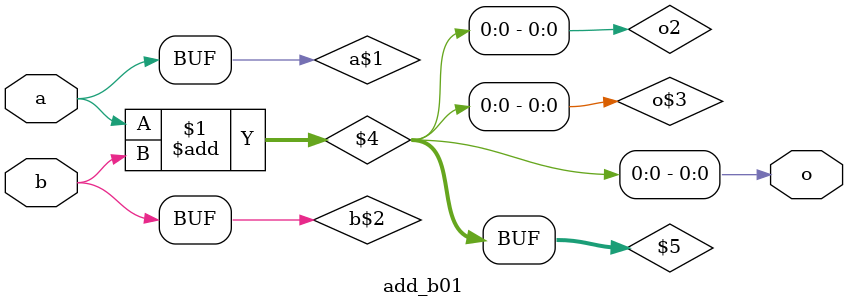
<source format=v>

/* --------------------------------------------------------------------------- */
/* Generated by Yosys 0.23 (git sha1 7ce5011c24b) */

(* \amaranth.hierarchy  = "add_b01" *)
(* top =  1  *)
(* generator = "Amaranth" *)
module add_b01(b, o, a);
  (* src = "adder.py:167" *)
  wire [1:0] \$4 ;
  (* src = "adder.py:167" *)
  wire [1:0] \$5 ;
  (* src = "adder.py:142" *)
  input a;
  wire a;
  (* src = "adder.py:153" *)
  wire \a$1 ;
  (* src = "adder.py:143" *)
  input b;
  wire b;
  (* src = "adder.py:154" *)
  wire \b$2 ;
  (* src = "adder.py:144" *)
  output o;
  wire o;
  (* src = "adder.py:166" *)
  wire \o$3 ;
  (* src = "adder.py:169" *)
  wire o2;
  assign \$5  = a + (* src = "adder.py:167" *) b;
  assign \$4  = \$5 ;
  assign o = o2;
  assign o2 = \o$3 ;
  assign \o$3  = \$5 [0];
  assign \b$2  = b;
  assign \a$1  = a;
endmodule

/* --------------------------------------------------------------------------- */
/* Generated by Yosys 0.23 (git sha1 7ce5011c24b) */

(* \amaranth.hierarchy  = "add_b02" *)
(* top =  1  *)
(* generator = "Amaranth" *)
module add_b02(b, o, a);
  (* src = "adder.py:167" *)
  wire [2:0] \$4 ;
  (* src = "adder.py:167" *)
  wire [2:0] \$5 ;
  (* src = "adder.py:142" *)
  input [1:0] a;
  wire [1:0] a;
  (* src = "adder.py:153" *)
  wire [1:0] \a$1 ;
  (* src = "adder.py:143" *)
  input [1:0] b;
  wire [1:0] b;
  (* src = "adder.py:154" *)
  wire [1:0] \b$2 ;
  (* src = "adder.py:144" *)
  output [1:0] o;
  wire [1:0] o;
  (* src = "adder.py:166" *)
  wire [1:0] \o$3 ;
  (* src = "adder.py:169" *)
  wire [1:0] o2;
  assign \$5  = a + (* src = "adder.py:167" *) b;
  assign \$4  = \$5 ;
  assign o = o2;
  assign o2 = \o$3 ;
  assign \o$3  = \$5 [1:0];
  assign \b$2  = b;
  assign \a$1  = a;
endmodule

/* --------------------------------------------------------------------------- */
/* Generated by Yosys 0.23 (git sha1 7ce5011c24b) */

(* \amaranth.hierarchy  = "add_b03" *)
(* top =  1  *)
(* generator = "Amaranth" *)
module add_b03(b, o, a);
  (* src = "adder.py:167" *)
  wire [3:0] \$4 ;
  (* src = "adder.py:167" *)
  wire [3:0] \$5 ;
  (* src = "adder.py:142" *)
  input [2:0] a;
  wire [2:0] a;
  (* src = "adder.py:153" *)
  wire [2:0] \a$1 ;
  (* src = "adder.py:143" *)
  input [2:0] b;
  wire [2:0] b;
  (* src = "adder.py:154" *)
  wire [2:0] \b$2 ;
  (* src = "adder.py:144" *)
  output [2:0] o;
  wire [2:0] o;
  (* src = "adder.py:166" *)
  wire [2:0] \o$3 ;
  (* src = "adder.py:169" *)
  wire [2:0] o2;
  assign \$5  = a + (* src = "adder.py:167" *) b;
  assign \$4  = \$5 ;
  assign o = o2;
  assign o2 = \o$3 ;
  assign \o$3  = \$5 [2:0];
  assign \b$2  = b;
  assign \a$1  = a;
endmodule

/* --------------------------------------------------------------------------- */
/* Generated by Yosys 0.23 (git sha1 7ce5011c24b) */

(* \amaranth.hierarchy  = "add_b04" *)
(* top =  1  *)
(* generator = "Amaranth" *)
module add_b04(b, o, a);
  (* src = "adder.py:167" *)
  wire [4:0] \$4 ;
  (* src = "adder.py:167" *)
  wire [4:0] \$5 ;
  (* src = "adder.py:142" *)
  input [3:0] a;
  wire [3:0] a;
  (* src = "adder.py:153" *)
  wire [3:0] \a$1 ;
  (* src = "adder.py:143" *)
  input [3:0] b;
  wire [3:0] b;
  (* src = "adder.py:154" *)
  wire [3:0] \b$2 ;
  (* src = "adder.py:144" *)
  output [3:0] o;
  wire [3:0] o;
  (* src = "adder.py:166" *)
  wire [3:0] \o$3 ;
  (* src = "adder.py:169" *)
  wire [3:0] o2;
  assign \$5  = a + (* src = "adder.py:167" *) b;
  assign \$4  = \$5 ;
  assign o = o2;
  assign o2 = \o$3 ;
  assign \o$3  = \$5 [3:0];
  assign \b$2  = b;
  assign \a$1  = a;
endmodule

/* --------------------------------------------------------------------------- */
/* Generated by Yosys 0.23 (git sha1 7ce5011c24b) */

(* \amaranth.hierarchy  = "add_b05" *)
(* top =  1  *)
(* generator = "Amaranth" *)
module add_b05(b, o, a);
  (* src = "adder.py:167" *)
  wire [5:0] \$4 ;
  (* src = "adder.py:167" *)
  wire [5:0] \$5 ;
  (* src = "adder.py:142" *)
  input [4:0] a;
  wire [4:0] a;
  (* src = "adder.py:153" *)
  wire [4:0] \a$1 ;
  (* src = "adder.py:143" *)
  input [4:0] b;
  wire [4:0] b;
  (* src = "adder.py:154" *)
  wire [4:0] \b$2 ;
  (* src = "adder.py:144" *)
  output [4:0] o;
  wire [4:0] o;
  (* src = "adder.py:166" *)
  wire [4:0] \o$3 ;
  (* src = "adder.py:169" *)
  wire [4:0] o2;
  assign \$5  = a + (* src = "adder.py:167" *) b;
  assign \$4  = \$5 ;
  assign o = o2;
  assign o2 = \o$3 ;
  assign \o$3  = \$5 [4:0];
  assign \b$2  = b;
  assign \a$1  = a;
endmodule

/* --------------------------------------------------------------------------- */
/* Generated by Yosys 0.23 (git sha1 7ce5011c24b) */

(* \amaranth.hierarchy  = "add_b06" *)
(* top =  1  *)
(* generator = "Amaranth" *)
module add_b06(b, o, a);
  (* src = "adder.py:167" *)
  wire [6:0] \$4 ;
  (* src = "adder.py:167" *)
  wire [6:0] \$5 ;
  (* src = "adder.py:142" *)
  input [5:0] a;
  wire [5:0] a;
  (* src = "adder.py:153" *)
  wire [5:0] \a$1 ;
  (* src = "adder.py:143" *)
  input [5:0] b;
  wire [5:0] b;
  (* src = "adder.py:154" *)
  wire [5:0] \b$2 ;
  (* src = "adder.py:144" *)
  output [5:0] o;
  wire [5:0] o;
  (* src = "adder.py:166" *)
  wire [5:0] \o$3 ;
  (* src = "adder.py:169" *)
  wire [5:0] o2;
  assign \$5  = a + (* src = "adder.py:167" *) b;
  assign \$4  = \$5 ;
  assign o = o2;
  assign o2 = \o$3 ;
  assign \o$3  = \$5 [5:0];
  assign \b$2  = b;
  assign \a$1  = a;
endmodule

/* --------------------------------------------------------------------------- */
/* Generated by Yosys 0.23 (git sha1 7ce5011c24b) */

(* \amaranth.hierarchy  = "add_b07" *)
(* top =  1  *)
(* generator = "Amaranth" *)
module add_b07(b, o, a);
  (* src = "adder.py:167" *)
  wire [7:0] \$4 ;
  (* src = "adder.py:167" *)
  wire [7:0] \$5 ;
  (* src = "adder.py:142" *)
  input [6:0] a;
  wire [6:0] a;
  (* src = "adder.py:153" *)
  wire [6:0] \a$1 ;
  (* src = "adder.py:143" *)
  input [6:0] b;
  wire [6:0] b;
  (* src = "adder.py:154" *)
  wire [6:0] \b$2 ;
  (* src = "adder.py:144" *)
  output [6:0] o;
  wire [6:0] o;
  (* src = "adder.py:166" *)
  wire [6:0] \o$3 ;
  (* src = "adder.py:169" *)
  wire [6:0] o2;
  assign \$5  = a + (* src = "adder.py:167" *) b;
  assign \$4  = \$5 ;
  assign o = o2;
  assign o2 = \o$3 ;
  assign \o$3  = \$5 [6:0];
  assign \b$2  = b;
  assign \a$1  = a;
endmodule

/* --------------------------------------------------------------------------- */
/* Generated by Yosys 0.23 (git sha1 7ce5011c24b) */

(* \amaranth.hierarchy  = "add_b08" *)
(* top =  1  *)
(* generator = "Amaranth" *)
module add_b08(b, o, a);
  (* src = "adder.py:167" *)
  wire [8:0] \$4 ;
  (* src = "adder.py:167" *)
  wire [8:0] \$5 ;
  (* src = "adder.py:142" *)
  input [7:0] a;
  wire [7:0] a;
  (* src = "adder.py:153" *)
  wire [7:0] \a$1 ;
  (* src = "adder.py:143" *)
  input [7:0] b;
  wire [7:0] b;
  (* src = "adder.py:154" *)
  wire [7:0] \b$2 ;
  (* src = "adder.py:144" *)
  output [7:0] o;
  wire [7:0] o;
  (* src = "adder.py:166" *)
  wire [7:0] \o$3 ;
  (* src = "adder.py:169" *)
  wire [7:0] o2;
  assign \$5  = a + (* src = "adder.py:167" *) b;
  assign \$4  = \$5 ;
  assign o = o2;
  assign o2 = \o$3 ;
  assign \o$3  = \$5 [7:0];
  assign \b$2  = b;
  assign \a$1  = a;
endmodule

/* --------------------------------------------------------------------------- */
/* Generated by Yosys 0.23 (git sha1 7ce5011c24b) */

(* \amaranth.hierarchy  = "add_b09" *)
(* top =  1  *)
(* generator = "Amaranth" *)
module add_b09(b, o, a);
  (* src = "adder.py:167" *)
  wire [9:0] \$4 ;
  (* src = "adder.py:167" *)
  wire [9:0] \$5 ;
  (* src = "adder.py:142" *)
  input [8:0] a;
  wire [8:0] a;
  (* src = "adder.py:153" *)
  wire [8:0] \a$1 ;
  (* src = "adder.py:143" *)
  input [8:0] b;
  wire [8:0] b;
  (* src = "adder.py:154" *)
  wire [8:0] \b$2 ;
  (* src = "adder.py:144" *)
  output [8:0] o;
  wire [8:0] o;
  (* src = "adder.py:166" *)
  wire [8:0] \o$3 ;
  (* src = "adder.py:169" *)
  wire [8:0] o2;
  assign \$5  = a + (* src = "adder.py:167" *) b;
  assign \$4  = \$5 ;
  assign o = o2;
  assign o2 = \o$3 ;
  assign \o$3  = \$5 [8:0];
  assign \b$2  = b;
  assign \a$1  = a;
endmodule

/* --------------------------------------------------------------------------- */
/* Generated by Yosys 0.23 (git sha1 7ce5011c24b) */

(* \amaranth.hierarchy  = "add_b10" *)
(* top =  1  *)
(* generator = "Amaranth" *)
module add_b10(b, o, a);
  (* src = "adder.py:167" *)
  wire [10:0] \$4 ;
  (* src = "adder.py:167" *)
  wire [10:0] \$5 ;
  (* src = "adder.py:142" *)
  input [9:0] a;
  wire [9:0] a;
  (* src = "adder.py:153" *)
  wire [9:0] \a$1 ;
  (* src = "adder.py:143" *)
  input [9:0] b;
  wire [9:0] b;
  (* src = "adder.py:154" *)
  wire [9:0] \b$2 ;
  (* src = "adder.py:144" *)
  output [9:0] o;
  wire [9:0] o;
  (* src = "adder.py:166" *)
  wire [9:0] \o$3 ;
  (* src = "adder.py:169" *)
  wire [9:0] o2;
  assign \$5  = a + (* src = "adder.py:167" *) b;
  assign \$4  = \$5 ;
  assign o = o2;
  assign o2 = \o$3 ;
  assign \o$3  = \$5 [9:0];
  assign \b$2  = b;
  assign \a$1  = a;
endmodule

/* --------------------------------------------------------------------------- */
/* Generated by Yosys 0.23 (git sha1 7ce5011c24b) */

(* \amaranth.hierarchy  = "add_b11" *)
(* top =  1  *)
(* generator = "Amaranth" *)
module add_b11(b, o, a);
  (* src = "adder.py:167" *)
  wire [11:0] \$4 ;
  (* src = "adder.py:167" *)
  wire [11:0] \$5 ;
  (* src = "adder.py:142" *)
  input [10:0] a;
  wire [10:0] a;
  (* src = "adder.py:153" *)
  wire [10:0] \a$1 ;
  (* src = "adder.py:143" *)
  input [10:0] b;
  wire [10:0] b;
  (* src = "adder.py:154" *)
  wire [10:0] \b$2 ;
  (* src = "adder.py:144" *)
  output [10:0] o;
  wire [10:0] o;
  (* src = "adder.py:166" *)
  wire [10:0] \o$3 ;
  (* src = "adder.py:169" *)
  wire [10:0] o2;
  assign \$5  = a + (* src = "adder.py:167" *) b;
  assign \$4  = \$5 ;
  assign o = o2;
  assign o2 = \o$3 ;
  assign \o$3  = \$5 [10:0];
  assign \b$2  = b;
  assign \a$1  = a;
endmodule

/* --------------------------------------------------------------------------- */
/* Generated by Yosys 0.23 (git sha1 7ce5011c24b) */

(* \amaranth.hierarchy  = "add_b12" *)
(* top =  1  *)
(* generator = "Amaranth" *)
module add_b12(b, o, a);
  (* src = "adder.py:167" *)
  wire [12:0] \$4 ;
  (* src = "adder.py:167" *)
  wire [12:0] \$5 ;
  (* src = "adder.py:142" *)
  input [11:0] a;
  wire [11:0] a;
  (* src = "adder.py:153" *)
  wire [11:0] \a$1 ;
  (* src = "adder.py:143" *)
  input [11:0] b;
  wire [11:0] b;
  (* src = "adder.py:154" *)
  wire [11:0] \b$2 ;
  (* src = "adder.py:144" *)
  output [11:0] o;
  wire [11:0] o;
  (* src = "adder.py:166" *)
  wire [11:0] \o$3 ;
  (* src = "adder.py:169" *)
  wire [11:0] o2;
  assign \$5  = a + (* src = "adder.py:167" *) b;
  assign \$4  = \$5 ;
  assign o = o2;
  assign o2 = \o$3 ;
  assign \o$3  = \$5 [11:0];
  assign \b$2  = b;
  assign \a$1  = a;
endmodule

/* --------------------------------------------------------------------------- */
/* Generated by Yosys 0.23 (git sha1 7ce5011c24b) */

(* \amaranth.hierarchy  = "add_b13" *)
(* top =  1  *)
(* generator = "Amaranth" *)
module add_b13(b, o, a);
  (* src = "adder.py:167" *)
  wire [13:0] \$4 ;
  (* src = "adder.py:167" *)
  wire [13:0] \$5 ;
  (* src = "adder.py:142" *)
  input [12:0] a;
  wire [12:0] a;
  (* src = "adder.py:153" *)
  wire [12:0] \a$1 ;
  (* src = "adder.py:143" *)
  input [12:0] b;
  wire [12:0] b;
  (* src = "adder.py:154" *)
  wire [12:0] \b$2 ;
  (* src = "adder.py:144" *)
  output [12:0] o;
  wire [12:0] o;
  (* src = "adder.py:166" *)
  wire [12:0] \o$3 ;
  (* src = "adder.py:169" *)
  wire [12:0] o2;
  assign \$5  = a + (* src = "adder.py:167" *) b;
  assign \$4  = \$5 ;
  assign o = o2;
  assign o2 = \o$3 ;
  assign \o$3  = \$5 [12:0];
  assign \b$2  = b;
  assign \a$1  = a;
endmodule

/* --------------------------------------------------------------------------- */
/* Generated by Yosys 0.23 (git sha1 7ce5011c24b) */

(* \amaranth.hierarchy  = "add_b14" *)
(* top =  1  *)
(* generator = "Amaranth" *)
module add_b14(b, o, a);
  (* src = "adder.py:167" *)
  wire [14:0] \$4 ;
  (* src = "adder.py:167" *)
  wire [14:0] \$5 ;
  (* src = "adder.py:142" *)
  input [13:0] a;
  wire [13:0] a;
  (* src = "adder.py:153" *)
  wire [13:0] \a$1 ;
  (* src = "adder.py:143" *)
  input [13:0] b;
  wire [13:0] b;
  (* src = "adder.py:154" *)
  wire [13:0] \b$2 ;
  (* src = "adder.py:144" *)
  output [13:0] o;
  wire [13:0] o;
  (* src = "adder.py:166" *)
  wire [13:0] \o$3 ;
  (* src = "adder.py:169" *)
  wire [13:0] o2;
  assign \$5  = a + (* src = "adder.py:167" *) b;
  assign \$4  = \$5 ;
  assign o = o2;
  assign o2 = \o$3 ;
  assign \o$3  = \$5 [13:0];
  assign \b$2  = b;
  assign \a$1  = a;
endmodule

/* --------------------------------------------------------------------------- */
/* Generated by Yosys 0.23 (git sha1 7ce5011c24b) */

(* \amaranth.hierarchy  = "add_b15" *)
(* top =  1  *)
(* generator = "Amaranth" *)
module add_b15(b, o, a);
  (* src = "adder.py:167" *)
  wire [15:0] \$4 ;
  (* src = "adder.py:167" *)
  wire [15:0] \$5 ;
  (* src = "adder.py:142" *)
  input [14:0] a;
  wire [14:0] a;
  (* src = "adder.py:153" *)
  wire [14:0] \a$1 ;
  (* src = "adder.py:143" *)
  input [14:0] b;
  wire [14:0] b;
  (* src = "adder.py:154" *)
  wire [14:0] \b$2 ;
  (* src = "adder.py:144" *)
  output [14:0] o;
  wire [14:0] o;
  (* src = "adder.py:166" *)
  wire [14:0] \o$3 ;
  (* src = "adder.py:169" *)
  wire [14:0] o2;
  assign \$5  = a + (* src = "adder.py:167" *) b;
  assign \$4  = \$5 ;
  assign o = o2;
  assign o2 = \o$3 ;
  assign \o$3  = \$5 [14:0];
  assign \b$2  = b;
  assign \a$1  = a;
endmodule

/* --------------------------------------------------------------------------- */
/* Generated by Yosys 0.23 (git sha1 7ce5011c24b) */

(* \amaranth.hierarchy  = "add_b16" *)
(* top =  1  *)
(* generator = "Amaranth" *)
module add_b16(b, o, a);
  (* src = "adder.py:167" *)
  wire [16:0] \$4 ;
  (* src = "adder.py:167" *)
  wire [16:0] \$5 ;
  (* src = "adder.py:142" *)
  input [15:0] a;
  wire [15:0] a;
  (* src = "adder.py:153" *)
  wire [15:0] \a$1 ;
  (* src = "adder.py:143" *)
  input [15:0] b;
  wire [15:0] b;
  (* src = "adder.py:154" *)
  wire [15:0] \b$2 ;
  (* src = "adder.py:144" *)
  output [15:0] o;
  wire [15:0] o;
  (* src = "adder.py:166" *)
  wire [15:0] \o$3 ;
  (* src = "adder.py:169" *)
  wire [15:0] o2;
  assign \$5  = a + (* src = "adder.py:167" *) b;
  assign \$4  = \$5 ;
  assign o = o2;
  assign o2 = \o$3 ;
  assign \o$3  = \$5 [15:0];
  assign \b$2  = b;
  assign \a$1  = a;
endmodule

/* --------------------------------------------------------------------------- */
/* Generated by Yosys 0.23 (git sha1 7ce5011c24b) */

(* \amaranth.hierarchy  = "add_b17" *)
(* top =  1  *)
(* generator = "Amaranth" *)
module add_b17(b, o, a);
  (* src = "adder.py:167" *)
  wire [17:0] \$4 ;
  (* src = "adder.py:167" *)
  wire [17:0] \$5 ;
  (* src = "adder.py:142" *)
  input [16:0] a;
  wire [16:0] a;
  (* src = "adder.py:153" *)
  wire [16:0] \a$1 ;
  (* src = "adder.py:143" *)
  input [16:0] b;
  wire [16:0] b;
  (* src = "adder.py:154" *)
  wire [16:0] \b$2 ;
  (* src = "adder.py:144" *)
  output [16:0] o;
  wire [16:0] o;
  (* src = "adder.py:166" *)
  wire [16:0] \o$3 ;
  (* src = "adder.py:169" *)
  wire [16:0] o2;
  assign \$5  = a + (* src = "adder.py:167" *) b;
  assign \$4  = \$5 ;
  assign o = o2;
  assign o2 = \o$3 ;
  assign \o$3  = \$5 [16:0];
  assign \b$2  = b;
  assign \a$1  = a;
endmodule

/* --------------------------------------------------------------------------- */
/* Generated by Yosys 0.23 (git sha1 7ce5011c24b) */

(* \amaranth.hierarchy  = "add_b18" *)
(* top =  1  *)
(* generator = "Amaranth" *)
module add_b18(b, o, a);
  (* src = "adder.py:167" *)
  wire [18:0] \$4 ;
  (* src = "adder.py:167" *)
  wire [18:0] \$5 ;
  (* src = "adder.py:142" *)
  input [17:0] a;
  wire [17:0] a;
  (* src = "adder.py:153" *)
  wire [17:0] \a$1 ;
  (* src = "adder.py:143" *)
  input [17:0] b;
  wire [17:0] b;
  (* src = "adder.py:154" *)
  wire [17:0] \b$2 ;
  (* src = "adder.py:144" *)
  output [17:0] o;
  wire [17:0] o;
  (* src = "adder.py:166" *)
  wire [17:0] \o$3 ;
  (* src = "adder.py:169" *)
  wire [17:0] o2;
  assign \$5  = a + (* src = "adder.py:167" *) b;
  assign \$4  = \$5 ;
  assign o = o2;
  assign o2 = \o$3 ;
  assign \o$3  = \$5 [17:0];
  assign \b$2  = b;
  assign \a$1  = a;
endmodule

/* --------------------------------------------------------------------------- */
/* Generated by Yosys 0.23 (git sha1 7ce5011c24b) */

(* \amaranth.hierarchy  = "add_b19" *)
(* top =  1  *)
(* generator = "Amaranth" *)
module add_b19(b, o, a);
  (* src = "adder.py:167" *)
  wire [19:0] \$4 ;
  (* src = "adder.py:167" *)
  wire [19:0] \$5 ;
  (* src = "adder.py:142" *)
  input [18:0] a;
  wire [18:0] a;
  (* src = "adder.py:153" *)
  wire [18:0] \a$1 ;
  (* src = "adder.py:143" *)
  input [18:0] b;
  wire [18:0] b;
  (* src = "adder.py:154" *)
  wire [18:0] \b$2 ;
  (* src = "adder.py:144" *)
  output [18:0] o;
  wire [18:0] o;
  (* src = "adder.py:166" *)
  wire [18:0] \o$3 ;
  (* src = "adder.py:169" *)
  wire [18:0] o2;
  assign \$5  = a + (* src = "adder.py:167" *) b;
  assign \$4  = \$5 ;
  assign o = o2;
  assign o2 = \o$3 ;
  assign \o$3  = \$5 [18:0];
  assign \b$2  = b;
  assign \a$1  = a;
endmodule

/* --------------------------------------------------------------------------- */
/* Generated by Yosys 0.23 (git sha1 7ce5011c24b) */

(* \amaranth.hierarchy  = "add_b20" *)
(* top =  1  *)
(* generator = "Amaranth" *)
module add_b20(b, o, a);
  (* src = "adder.py:167" *)
  wire [20:0] \$4 ;
  (* src = "adder.py:167" *)
  wire [20:0] \$5 ;
  (* src = "adder.py:142" *)
  input [19:0] a;
  wire [19:0] a;
  (* src = "adder.py:153" *)
  wire [19:0] \a$1 ;
  (* src = "adder.py:143" *)
  input [19:0] b;
  wire [19:0] b;
  (* src = "adder.py:154" *)
  wire [19:0] \b$2 ;
  (* src = "adder.py:144" *)
  output [19:0] o;
  wire [19:0] o;
  (* src = "adder.py:166" *)
  wire [19:0] \o$3 ;
  (* src = "adder.py:169" *)
  wire [19:0] o2;
  assign \$5  = a + (* src = "adder.py:167" *) b;
  assign \$4  = \$5 ;
  assign o = o2;
  assign o2 = \o$3 ;
  assign \o$3  = \$5 [19:0];
  assign \b$2  = b;
  assign \a$1  = a;
endmodule

/* --------------------------------------------------------------------------- */
/* Generated by Yosys 0.23 (git sha1 7ce5011c24b) */

(* \amaranth.hierarchy  = "add_b21" *)
(* top =  1  *)
(* generator = "Amaranth" *)
module add_b21(b, o, a);
  (* src = "adder.py:167" *)
  wire [21:0] \$4 ;
  (* src = "adder.py:167" *)
  wire [21:0] \$5 ;
  (* src = "adder.py:142" *)
  input [20:0] a;
  wire [20:0] a;
  (* src = "adder.py:153" *)
  wire [20:0] \a$1 ;
  (* src = "adder.py:143" *)
  input [20:0] b;
  wire [20:0] b;
  (* src = "adder.py:154" *)
  wire [20:0] \b$2 ;
  (* src = "adder.py:144" *)
  output [20:0] o;
  wire [20:0] o;
  (* src = "adder.py:166" *)
  wire [20:0] \o$3 ;
  (* src = "adder.py:169" *)
  wire [20:0] o2;
  assign \$5  = a + (* src = "adder.py:167" *) b;
  assign \$4  = \$5 ;
  assign o = o2;
  assign o2 = \o$3 ;
  assign \o$3  = \$5 [20:0];
  assign \b$2  = b;
  assign \a$1  = a;
endmodule

/* --------------------------------------------------------------------------- */
/* Generated by Yosys 0.23 (git sha1 7ce5011c24b) */

(* \amaranth.hierarchy  = "add_b22" *)
(* top =  1  *)
(* generator = "Amaranth" *)
module add_b22(b, o, a);
  (* src = "adder.py:167" *)
  wire [22:0] \$4 ;
  (* src = "adder.py:167" *)
  wire [22:0] \$5 ;
  (* src = "adder.py:142" *)
  input [21:0] a;
  wire [21:0] a;
  (* src = "adder.py:153" *)
  wire [21:0] \a$1 ;
  (* src = "adder.py:143" *)
  input [21:0] b;
  wire [21:0] b;
  (* src = "adder.py:154" *)
  wire [21:0] \b$2 ;
  (* src = "adder.py:144" *)
  output [21:0] o;
  wire [21:0] o;
  (* src = "adder.py:166" *)
  wire [21:0] \o$3 ;
  (* src = "adder.py:169" *)
  wire [21:0] o2;
  assign \$5  = a + (* src = "adder.py:167" *) b;
  assign \$4  = \$5 ;
  assign o = o2;
  assign o2 = \o$3 ;
  assign \o$3  = \$5 [21:0];
  assign \b$2  = b;
  assign \a$1  = a;
endmodule

/* --------------------------------------------------------------------------- */
/* Generated by Yosys 0.23 (git sha1 7ce5011c24b) */

(* \amaranth.hierarchy  = "add_b23" *)
(* top =  1  *)
(* generator = "Amaranth" *)
module add_b23(b, o, a);
  (* src = "adder.py:167" *)
  wire [23:0] \$4 ;
  (* src = "adder.py:167" *)
  wire [23:0] \$5 ;
  (* src = "adder.py:142" *)
  input [22:0] a;
  wire [22:0] a;
  (* src = "adder.py:153" *)
  wire [22:0] \a$1 ;
  (* src = "adder.py:143" *)
  input [22:0] b;
  wire [22:0] b;
  (* src = "adder.py:154" *)
  wire [22:0] \b$2 ;
  (* src = "adder.py:144" *)
  output [22:0] o;
  wire [22:0] o;
  (* src = "adder.py:166" *)
  wire [22:0] \o$3 ;
  (* src = "adder.py:169" *)
  wire [22:0] o2;
  assign \$5  = a + (* src = "adder.py:167" *) b;
  assign \$4  = \$5 ;
  assign o = o2;
  assign o2 = \o$3 ;
  assign \o$3  = \$5 [22:0];
  assign \b$2  = b;
  assign \a$1  = a;
endmodule

/* --------------------------------------------------------------------------- */
/* Generated by Yosys 0.23 (git sha1 7ce5011c24b) */

(* \amaranth.hierarchy  = "add_b24" *)
(* top =  1  *)
(* generator = "Amaranth" *)
module add_b24(b, o, a);
  (* src = "adder.py:167" *)
  wire [24:0] \$4 ;
  (* src = "adder.py:167" *)
  wire [24:0] \$5 ;
  (* src = "adder.py:142" *)
  input [23:0] a;
  wire [23:0] a;
  (* src = "adder.py:153" *)
  wire [23:0] \a$1 ;
  (* src = "adder.py:143" *)
  input [23:0] b;
  wire [23:0] b;
  (* src = "adder.py:154" *)
  wire [23:0] \b$2 ;
  (* src = "adder.py:144" *)
  output [23:0] o;
  wire [23:0] o;
  (* src = "adder.py:166" *)
  wire [23:0] \o$3 ;
  (* src = "adder.py:169" *)
  wire [23:0] o2;
  assign \$5  = a + (* src = "adder.py:167" *) b;
  assign \$4  = \$5 ;
  assign o = o2;
  assign o2 = \o$3 ;
  assign \o$3  = \$5 [23:0];
  assign \b$2  = b;
  assign \a$1  = a;
endmodule

/* --------------------------------------------------------------------------- */
/* Generated by Yosys 0.23 (git sha1 7ce5011c24b) */

(* \amaranth.hierarchy  = "add_b25" *)
(* top =  1  *)
(* generator = "Amaranth" *)
module add_b25(b, o, a);
  (* src = "adder.py:167" *)
  wire [25:0] \$4 ;
  (* src = "adder.py:167" *)
  wire [25:0] \$5 ;
  (* src = "adder.py:142" *)
  input [24:0] a;
  wire [24:0] a;
  (* src = "adder.py:153" *)
  wire [24:0] \a$1 ;
  (* src = "adder.py:143" *)
  input [24:0] b;
  wire [24:0] b;
  (* src = "adder.py:154" *)
  wire [24:0] \b$2 ;
  (* src = "adder.py:144" *)
  output [24:0] o;
  wire [24:0] o;
  (* src = "adder.py:166" *)
  wire [24:0] \o$3 ;
  (* src = "adder.py:169" *)
  wire [24:0] o2;
  assign \$5  = a + (* src = "adder.py:167" *) b;
  assign \$4  = \$5 ;
  assign o = o2;
  assign o2 = \o$3 ;
  assign \o$3  = \$5 [24:0];
  assign \b$2  = b;
  assign \a$1  = a;
endmodule

/* --------------------------------------------------------------------------- */
/* Generated by Yosys 0.23 (git sha1 7ce5011c24b) */

(* \amaranth.hierarchy  = "add_b26" *)
(* top =  1  *)
(* generator = "Amaranth" *)
module add_b26(b, o, a);
  (* src = "adder.py:167" *)
  wire [26:0] \$4 ;
  (* src = "adder.py:167" *)
  wire [26:0] \$5 ;
  (* src = "adder.py:142" *)
  input [25:0] a;
  wire [25:0] a;
  (* src = "adder.py:153" *)
  wire [25:0] \a$1 ;
  (* src = "adder.py:143" *)
  input [25:0] b;
  wire [25:0] b;
  (* src = "adder.py:154" *)
  wire [25:0] \b$2 ;
  (* src = "adder.py:144" *)
  output [25:0] o;
  wire [25:0] o;
  (* src = "adder.py:166" *)
  wire [25:0] \o$3 ;
  (* src = "adder.py:169" *)
  wire [25:0] o2;
  assign \$5  = a + (* src = "adder.py:167" *) b;
  assign \$4  = \$5 ;
  assign o = o2;
  assign o2 = \o$3 ;
  assign \o$3  = \$5 [25:0];
  assign \b$2  = b;
  assign \a$1  = a;
endmodule

/* --------------------------------------------------------------------------- */
/* Generated by Yosys 0.23 (git sha1 7ce5011c24b) */

(* \amaranth.hierarchy  = "add_b27" *)
(* top =  1  *)
(* generator = "Amaranth" *)
module add_b27(b, o, a);
  (* src = "adder.py:167" *)
  wire [27:0] \$4 ;
  (* src = "adder.py:167" *)
  wire [27:0] \$5 ;
  (* src = "adder.py:142" *)
  input [26:0] a;
  wire [26:0] a;
  (* src = "adder.py:153" *)
  wire [26:0] \a$1 ;
  (* src = "adder.py:143" *)
  input [26:0] b;
  wire [26:0] b;
  (* src = "adder.py:154" *)
  wire [26:0] \b$2 ;
  (* src = "adder.py:144" *)
  output [26:0] o;
  wire [26:0] o;
  (* src = "adder.py:166" *)
  wire [26:0] \o$3 ;
  (* src = "adder.py:169" *)
  wire [26:0] o2;
  assign \$5  = a + (* src = "adder.py:167" *) b;
  assign \$4  = \$5 ;
  assign o = o2;
  assign o2 = \o$3 ;
  assign \o$3  = \$5 [26:0];
  assign \b$2  = b;
  assign \a$1  = a;
endmodule

/* --------------------------------------------------------------------------- */
/* Generated by Yosys 0.23 (git sha1 7ce5011c24b) */

(* \amaranth.hierarchy  = "add_b28" *)
(* top =  1  *)
(* generator = "Amaranth" *)
module add_b28(b, o, a);
  (* src = "adder.py:167" *)
  wire [28:0] \$4 ;
  (* src = "adder.py:167" *)
  wire [28:0] \$5 ;
  (* src = "adder.py:142" *)
  input [27:0] a;
  wire [27:0] a;
  (* src = "adder.py:153" *)
  wire [27:0] \a$1 ;
  (* src = "adder.py:143" *)
  input [27:0] b;
  wire [27:0] b;
  (* src = "adder.py:154" *)
  wire [27:0] \b$2 ;
  (* src = "adder.py:144" *)
  output [27:0] o;
  wire [27:0] o;
  (* src = "adder.py:166" *)
  wire [27:0] \o$3 ;
  (* src = "adder.py:169" *)
  wire [27:0] o2;
  assign \$5  = a + (* src = "adder.py:167" *) b;
  assign \$4  = \$5 ;
  assign o = o2;
  assign o2 = \o$3 ;
  assign \o$3  = \$5 [27:0];
  assign \b$2  = b;
  assign \a$1  = a;
endmodule

/* --------------------------------------------------------------------------- */
/* Generated by Yosys 0.23 (git sha1 7ce5011c24b) */

(* \amaranth.hierarchy  = "add_b29" *)
(* top =  1  *)
(* generator = "Amaranth" *)
module add_b29(b, o, a);
  (* src = "adder.py:167" *)
  wire [29:0] \$4 ;
  (* src = "adder.py:167" *)
  wire [29:0] \$5 ;
  (* src = "adder.py:142" *)
  input [28:0] a;
  wire [28:0] a;
  (* src = "adder.py:153" *)
  wire [28:0] \a$1 ;
  (* src = "adder.py:143" *)
  input [28:0] b;
  wire [28:0] b;
  (* src = "adder.py:154" *)
  wire [28:0] \b$2 ;
  (* src = "adder.py:144" *)
  output [28:0] o;
  wire [28:0] o;
  (* src = "adder.py:166" *)
  wire [28:0] \o$3 ;
  (* src = "adder.py:169" *)
  wire [28:0] o2;
  assign \$5  = a + (* src = "adder.py:167" *) b;
  assign \$4  = \$5 ;
  assign o = o2;
  assign o2 = \o$3 ;
  assign \o$3  = \$5 [28:0];
  assign \b$2  = b;
  assign \a$1  = a;
endmodule

/* --------------------------------------------------------------------------- */
/* Generated by Yosys 0.23 (git sha1 7ce5011c24b) */

(* \amaranth.hierarchy  = "add_b30" *)
(* top =  1  *)
(* generator = "Amaranth" *)
module add_b30(b, o, a);
  (* src = "adder.py:167" *)
  wire [30:0] \$4 ;
  (* src = "adder.py:167" *)
  wire [30:0] \$5 ;
  (* src = "adder.py:142" *)
  input [29:0] a;
  wire [29:0] a;
  (* src = "adder.py:153" *)
  wire [29:0] \a$1 ;
  (* src = "adder.py:143" *)
  input [29:0] b;
  wire [29:0] b;
  (* src = "adder.py:154" *)
  wire [29:0] \b$2 ;
  (* src = "adder.py:144" *)
  output [29:0] o;
  wire [29:0] o;
  (* src = "adder.py:166" *)
  wire [29:0] \o$3 ;
  (* src = "adder.py:169" *)
  wire [29:0] o2;
  assign \$5  = a + (* src = "adder.py:167" *) b;
  assign \$4  = \$5 ;
  assign o = o2;
  assign o2 = \o$3 ;
  assign \o$3  = \$5 [29:0];
  assign \b$2  = b;
  assign \a$1  = a;
endmodule

/* --------------------------------------------------------------------------- */
/* Generated by Yosys 0.23 (git sha1 7ce5011c24b) */

(* \amaranth.hierarchy  = "add_b31" *)
(* top =  1  *)
(* generator = "Amaranth" *)
module add_b31(b, o, a);
  (* src = "adder.py:167" *)
  wire [31:0] \$4 ;
  (* src = "adder.py:167" *)
  wire [31:0] \$5 ;
  (* src = "adder.py:142" *)
  input [30:0] a;
  wire [30:0] a;
  (* src = "adder.py:153" *)
  wire [30:0] \a$1 ;
  (* src = "adder.py:143" *)
  input [30:0] b;
  wire [30:0] b;
  (* src = "adder.py:154" *)
  wire [30:0] \b$2 ;
  (* src = "adder.py:144" *)
  output [30:0] o;
  wire [30:0] o;
  (* src = "adder.py:166" *)
  wire [30:0] \o$3 ;
  (* src = "adder.py:169" *)
  wire [30:0] o2;
  assign \$5  = a + (* src = "adder.py:167" *) b;
  assign \$4  = \$5 ;
  assign o = o2;
  assign o2 = \o$3 ;
  assign \o$3  = \$5 [30:0];
  assign \b$2  = b;
  assign \a$1  = a;
endmodule

/* --------------------------------------------------------------------------- */
/* Generated by Yosys 0.23 (git sha1 7ce5011c24b) */

(* \amaranth.hierarchy  = "add_b32" *)
(* top =  1  *)
(* generator = "Amaranth" *)
module add_b32(b, o, a);
  (* src = "adder.py:167" *)
  wire [32:0] \$4 ;
  (* src = "adder.py:167" *)
  wire [32:0] \$5 ;
  (* src = "adder.py:142" *)
  input [31:0] a;
  wire [31:0] a;
  (* src = "adder.py:153" *)
  wire [31:0] \a$1 ;
  (* src = "adder.py:143" *)
  input [31:0] b;
  wire [31:0] b;
  (* src = "adder.py:154" *)
  wire [31:0] \b$2 ;
  (* src = "adder.py:144" *)
  output [31:0] o;
  wire [31:0] o;
  (* src = "adder.py:166" *)
  wire [31:0] \o$3 ;
  (* src = "adder.py:169" *)
  wire [31:0] o2;
  assign \$5  = a + (* src = "adder.py:167" *) b;
  assign \$4  = \$5 ;
  assign o = o2;
  assign o2 = \o$3 ;
  assign \o$3  = \$5 [31:0];
  assign \b$2  = b;
  assign \a$1  = a;
endmodule

/* --------------------------------------------------------------------------- */
/* Generated by Yosys 0.23 (git sha1 7ce5011c24b) */

(* \amaranth.hierarchy  = "add_b33" *)
(* top =  1  *)
(* generator = "Amaranth" *)
module add_b33(b, o, a);
  (* src = "adder.py:167" *)
  wire [33:0] \$4 ;
  (* src = "adder.py:167" *)
  wire [33:0] \$5 ;
  (* src = "adder.py:142" *)
  input [32:0] a;
  wire [32:0] a;
  (* src = "adder.py:153" *)
  wire [32:0] \a$1 ;
  (* src = "adder.py:143" *)
  input [32:0] b;
  wire [32:0] b;
  (* src = "adder.py:154" *)
  wire [32:0] \b$2 ;
  (* src = "adder.py:144" *)
  output [32:0] o;
  wire [32:0] o;
  (* src = "adder.py:166" *)
  wire [32:0] \o$3 ;
  (* src = "adder.py:169" *)
  wire [32:0] o2;
  assign \$5  = a + (* src = "adder.py:167" *) b;
  assign \$4  = \$5 ;
  assign o = o2;
  assign o2 = \o$3 ;
  assign \o$3  = \$5 [32:0];
  assign \b$2  = b;
  assign \a$1  = a;
endmodule

/* --------------------------------------------------------------------------- */
/* Generated by Yosys 0.23 (git sha1 7ce5011c24b) */

(* \amaranth.hierarchy  = "add_b34" *)
(* top =  1  *)
(* generator = "Amaranth" *)
module add_b34(b, o, a);
  (* src = "adder.py:167" *)
  wire [34:0] \$4 ;
  (* src = "adder.py:167" *)
  wire [34:0] \$5 ;
  (* src = "adder.py:142" *)
  input [33:0] a;
  wire [33:0] a;
  (* src = "adder.py:153" *)
  wire [33:0] \a$1 ;
  (* src = "adder.py:143" *)
  input [33:0] b;
  wire [33:0] b;
  (* src = "adder.py:154" *)
  wire [33:0] \b$2 ;
  (* src = "adder.py:144" *)
  output [33:0] o;
  wire [33:0] o;
  (* src = "adder.py:166" *)
  wire [33:0] \o$3 ;
  (* src = "adder.py:169" *)
  wire [33:0] o2;
  assign \$5  = a + (* src = "adder.py:167" *) b;
  assign \$4  = \$5 ;
  assign o = o2;
  assign o2 = \o$3 ;
  assign \o$3  = \$5 [33:0];
  assign \b$2  = b;
  assign \a$1  = a;
endmodule

/* --------------------------------------------------------------------------- */
/* Generated by Yosys 0.23 (git sha1 7ce5011c24b) */

(* \amaranth.hierarchy  = "add_b35" *)
(* top =  1  *)
(* generator = "Amaranth" *)
module add_b35(b, o, a);
  (* src = "adder.py:167" *)
  wire [35:0] \$4 ;
  (* src = "adder.py:167" *)
  wire [35:0] \$5 ;
  (* src = "adder.py:142" *)
  input [34:0] a;
  wire [34:0] a;
  (* src = "adder.py:153" *)
  wire [34:0] \a$1 ;
  (* src = "adder.py:143" *)
  input [34:0] b;
  wire [34:0] b;
  (* src = "adder.py:154" *)
  wire [34:0] \b$2 ;
  (* src = "adder.py:144" *)
  output [34:0] o;
  wire [34:0] o;
  (* src = "adder.py:166" *)
  wire [34:0] \o$3 ;
  (* src = "adder.py:169" *)
  wire [34:0] o2;
  assign \$5  = a + (* src = "adder.py:167" *) b;
  assign \$4  = \$5 ;
  assign o = o2;
  assign o2 = \o$3 ;
  assign \o$3  = \$5 [34:0];
  assign \b$2  = b;
  assign \a$1  = a;
endmodule

/* --------------------------------------------------------------------------- */
/* Generated by Yosys 0.23 (git sha1 7ce5011c24b) */

(* \amaranth.hierarchy  = "add_b36" *)
(* top =  1  *)
(* generator = "Amaranth" *)
module add_b36(b, o, a);
  (* src = "adder.py:167" *)
  wire [36:0] \$4 ;
  (* src = "adder.py:167" *)
  wire [36:0] \$5 ;
  (* src = "adder.py:142" *)
  input [35:0] a;
  wire [35:0] a;
  (* src = "adder.py:153" *)
  wire [35:0] \a$1 ;
  (* src = "adder.py:143" *)
  input [35:0] b;
  wire [35:0] b;
  (* src = "adder.py:154" *)
  wire [35:0] \b$2 ;
  (* src = "adder.py:144" *)
  output [35:0] o;
  wire [35:0] o;
  (* src = "adder.py:166" *)
  wire [35:0] \o$3 ;
  (* src = "adder.py:169" *)
  wire [35:0] o2;
  assign \$5  = a + (* src = "adder.py:167" *) b;
  assign \$4  = \$5 ;
  assign o = o2;
  assign o2 = \o$3 ;
  assign \o$3  = \$5 [35:0];
  assign \b$2  = b;
  assign \a$1  = a;
endmodule

/* --------------------------------------------------------------------------- */
/* Generated by Yosys 0.23 (git sha1 7ce5011c24b) */

(* \amaranth.hierarchy  = "add_b37" *)
(* top =  1  *)
(* generator = "Amaranth" *)
module add_b37(b, o, a);
  (* src = "adder.py:167" *)
  wire [37:0] \$4 ;
  (* src = "adder.py:167" *)
  wire [37:0] \$5 ;
  (* src = "adder.py:142" *)
  input [36:0] a;
  wire [36:0] a;
  (* src = "adder.py:153" *)
  wire [36:0] \a$1 ;
  (* src = "adder.py:143" *)
  input [36:0] b;
  wire [36:0] b;
  (* src = "adder.py:154" *)
  wire [36:0] \b$2 ;
  (* src = "adder.py:144" *)
  output [36:0] o;
  wire [36:0] o;
  (* src = "adder.py:166" *)
  wire [36:0] \o$3 ;
  (* src = "adder.py:169" *)
  wire [36:0] o2;
  assign \$5  = a + (* src = "adder.py:167" *) b;
  assign \$4  = \$5 ;
  assign o = o2;
  assign o2 = \o$3 ;
  assign \o$3  = \$5 [36:0];
  assign \b$2  = b;
  assign \a$1  = a;
endmodule

/* --------------------------------------------------------------------------- */
/* Generated by Yosys 0.23 (git sha1 7ce5011c24b) */

(* \amaranth.hierarchy  = "add_b38" *)
(* top =  1  *)
(* generator = "Amaranth" *)
module add_b38(b, o, a);
  (* src = "adder.py:167" *)
  wire [38:0] \$4 ;
  (* src = "adder.py:167" *)
  wire [38:0] \$5 ;
  (* src = "adder.py:142" *)
  input [37:0] a;
  wire [37:0] a;
  (* src = "adder.py:153" *)
  wire [37:0] \a$1 ;
  (* src = "adder.py:143" *)
  input [37:0] b;
  wire [37:0] b;
  (* src = "adder.py:154" *)
  wire [37:0] \b$2 ;
  (* src = "adder.py:144" *)
  output [37:0] o;
  wire [37:0] o;
  (* src = "adder.py:166" *)
  wire [37:0] \o$3 ;
  (* src = "adder.py:169" *)
  wire [37:0] o2;
  assign \$5  = a + (* src = "adder.py:167" *) b;
  assign \$4  = \$5 ;
  assign o = o2;
  assign o2 = \o$3 ;
  assign \o$3  = \$5 [37:0];
  assign \b$2  = b;
  assign \a$1  = a;
endmodule

/* --------------------------------------------------------------------------- */
/* Generated by Yosys 0.23 (git sha1 7ce5011c24b) */

(* \amaranth.hierarchy  = "add_b39" *)
(* top =  1  *)
(* generator = "Amaranth" *)
module add_b39(b, o, a);
  (* src = "adder.py:167" *)
  wire [39:0] \$4 ;
  (* src = "adder.py:167" *)
  wire [39:0] \$5 ;
  (* src = "adder.py:142" *)
  input [38:0] a;
  wire [38:0] a;
  (* src = "adder.py:153" *)
  wire [38:0] \a$1 ;
  (* src = "adder.py:143" *)
  input [38:0] b;
  wire [38:0] b;
  (* src = "adder.py:154" *)
  wire [38:0] \b$2 ;
  (* src = "adder.py:144" *)
  output [38:0] o;
  wire [38:0] o;
  (* src = "adder.py:166" *)
  wire [38:0] \o$3 ;
  (* src = "adder.py:169" *)
  wire [38:0] o2;
  assign \$5  = a + (* src = "adder.py:167" *) b;
  assign \$4  = \$5 ;
  assign o = o2;
  assign o2 = \o$3 ;
  assign \o$3  = \$5 [38:0];
  assign \b$2  = b;
  assign \a$1  = a;
endmodule

/* --------------------------------------------------------------------------- */
/* Generated by Yosys 0.23 (git sha1 7ce5011c24b) */

(* \amaranth.hierarchy  = "add_b40" *)
(* top =  1  *)
(* generator = "Amaranth" *)
module add_b40(b, o, a);
  (* src = "adder.py:167" *)
  wire [40:0] \$4 ;
  (* src = "adder.py:167" *)
  wire [40:0] \$5 ;
  (* src = "adder.py:142" *)
  input [39:0] a;
  wire [39:0] a;
  (* src = "adder.py:153" *)
  wire [39:0] \a$1 ;
  (* src = "adder.py:143" *)
  input [39:0] b;
  wire [39:0] b;
  (* src = "adder.py:154" *)
  wire [39:0] \b$2 ;
  (* src = "adder.py:144" *)
  output [39:0] o;
  wire [39:0] o;
  (* src = "adder.py:166" *)
  wire [39:0] \o$3 ;
  (* src = "adder.py:169" *)
  wire [39:0] o2;
  assign \$5  = a + (* src = "adder.py:167" *) b;
  assign \$4  = \$5 ;
  assign o = o2;
  assign o2 = \o$3 ;
  assign \o$3  = \$5 [39:0];
  assign \b$2  = b;
  assign \a$1  = a;
endmodule

/* --------------------------------------------------------------------------- */
/* Generated by Yosys 0.23 (git sha1 7ce5011c24b) */

(* \amaranth.hierarchy  = "add_b41" *)
(* top =  1  *)
(* generator = "Amaranth" *)
module add_b41(b, o, a);
  (* src = "adder.py:167" *)
  wire [41:0] \$4 ;
  (* src = "adder.py:167" *)
  wire [41:0] \$5 ;
  (* src = "adder.py:142" *)
  input [40:0] a;
  wire [40:0] a;
  (* src = "adder.py:153" *)
  wire [40:0] \a$1 ;
  (* src = "adder.py:143" *)
  input [40:0] b;
  wire [40:0] b;
  (* src = "adder.py:154" *)
  wire [40:0] \b$2 ;
  (* src = "adder.py:144" *)
  output [40:0] o;
  wire [40:0] o;
  (* src = "adder.py:166" *)
  wire [40:0] \o$3 ;
  (* src = "adder.py:169" *)
  wire [40:0] o2;
  assign \$5  = a + (* src = "adder.py:167" *) b;
  assign \$4  = \$5 ;
  assign o = o2;
  assign o2 = \o$3 ;
  assign \o$3  = \$5 [40:0];
  assign \b$2  = b;
  assign \a$1  = a;
endmodule

/* --------------------------------------------------------------------------- */
/* Generated by Yosys 0.23 (git sha1 7ce5011c24b) */

(* \amaranth.hierarchy  = "add_b42" *)
(* top =  1  *)
(* generator = "Amaranth" *)
module add_b42(b, o, a);
  (* src = "adder.py:167" *)
  wire [42:0] \$4 ;
  (* src = "adder.py:167" *)
  wire [42:0] \$5 ;
  (* src = "adder.py:142" *)
  input [41:0] a;
  wire [41:0] a;
  (* src = "adder.py:153" *)
  wire [41:0] \a$1 ;
  (* src = "adder.py:143" *)
  input [41:0] b;
  wire [41:0] b;
  (* src = "adder.py:154" *)
  wire [41:0] \b$2 ;
  (* src = "adder.py:144" *)
  output [41:0] o;
  wire [41:0] o;
  (* src = "adder.py:166" *)
  wire [41:0] \o$3 ;
  (* src = "adder.py:169" *)
  wire [41:0] o2;
  assign \$5  = a + (* src = "adder.py:167" *) b;
  assign \$4  = \$5 ;
  assign o = o2;
  assign o2 = \o$3 ;
  assign \o$3  = \$5 [41:0];
  assign \b$2  = b;
  assign \a$1  = a;
endmodule

/* --------------------------------------------------------------------------- */
/* Generated by Yosys 0.23 (git sha1 7ce5011c24b) */

(* \amaranth.hierarchy  = "add_b43" *)
(* top =  1  *)
(* generator = "Amaranth" *)
module add_b43(b, o, a);
  (* src = "adder.py:167" *)
  wire [43:0] \$4 ;
  (* src = "adder.py:167" *)
  wire [43:0] \$5 ;
  (* src = "adder.py:142" *)
  input [42:0] a;
  wire [42:0] a;
  (* src = "adder.py:153" *)
  wire [42:0] \a$1 ;
  (* src = "adder.py:143" *)
  input [42:0] b;
  wire [42:0] b;
  (* src = "adder.py:154" *)
  wire [42:0] \b$2 ;
  (* src = "adder.py:144" *)
  output [42:0] o;
  wire [42:0] o;
  (* src = "adder.py:166" *)
  wire [42:0] \o$3 ;
  (* src = "adder.py:169" *)
  wire [42:0] o2;
  assign \$5  = a + (* src = "adder.py:167" *) b;
  assign \$4  = \$5 ;
  assign o = o2;
  assign o2 = \o$3 ;
  assign \o$3  = \$5 [42:0];
  assign \b$2  = b;
  assign \a$1  = a;
endmodule

/* --------------------------------------------------------------------------- */
/* Generated by Yosys 0.23 (git sha1 7ce5011c24b) */

(* \amaranth.hierarchy  = "add_b44" *)
(* top =  1  *)
(* generator = "Amaranth" *)
module add_b44(b, o, a);
  (* src = "adder.py:167" *)
  wire [44:0] \$4 ;
  (* src = "adder.py:167" *)
  wire [44:0] \$5 ;
  (* src = "adder.py:142" *)
  input [43:0] a;
  wire [43:0] a;
  (* src = "adder.py:153" *)
  wire [43:0] \a$1 ;
  (* src = "adder.py:143" *)
  input [43:0] b;
  wire [43:0] b;
  (* src = "adder.py:154" *)
  wire [43:0] \b$2 ;
  (* src = "adder.py:144" *)
  output [43:0] o;
  wire [43:0] o;
  (* src = "adder.py:166" *)
  wire [43:0] \o$3 ;
  (* src = "adder.py:169" *)
  wire [43:0] o2;
  assign \$5  = a + (* src = "adder.py:167" *) b;
  assign \$4  = \$5 ;
  assign o = o2;
  assign o2 = \o$3 ;
  assign \o$3  = \$5 [43:0];
  assign \b$2  = b;
  assign \a$1  = a;
endmodule

/* --------------------------------------------------------------------------- */
/* Generated by Yosys 0.23 (git sha1 7ce5011c24b) */

(* \amaranth.hierarchy  = "add_b45" *)
(* top =  1  *)
(* generator = "Amaranth" *)
module add_b45(b, o, a);
  (* src = "adder.py:167" *)
  wire [45:0] \$4 ;
  (* src = "adder.py:167" *)
  wire [45:0] \$5 ;
  (* src = "adder.py:142" *)
  input [44:0] a;
  wire [44:0] a;
  (* src = "adder.py:153" *)
  wire [44:0] \a$1 ;
  (* src = "adder.py:143" *)
  input [44:0] b;
  wire [44:0] b;
  (* src = "adder.py:154" *)
  wire [44:0] \b$2 ;
  (* src = "adder.py:144" *)
  output [44:0] o;
  wire [44:0] o;
  (* src = "adder.py:166" *)
  wire [44:0] \o$3 ;
  (* src = "adder.py:169" *)
  wire [44:0] o2;
  assign \$5  = a + (* src = "adder.py:167" *) b;
  assign \$4  = \$5 ;
  assign o = o2;
  assign o2 = \o$3 ;
  assign \o$3  = \$5 [44:0];
  assign \b$2  = b;
  assign \a$1  = a;
endmodule

/* --------------------------------------------------------------------------- */
/* Generated by Yosys 0.23 (git sha1 7ce5011c24b) */

(* \amaranth.hierarchy  = "add_b46" *)
(* top =  1  *)
(* generator = "Amaranth" *)
module add_b46(b, o, a);
  (* src = "adder.py:167" *)
  wire [46:0] \$4 ;
  (* src = "adder.py:167" *)
  wire [46:0] \$5 ;
  (* src = "adder.py:142" *)
  input [45:0] a;
  wire [45:0] a;
  (* src = "adder.py:153" *)
  wire [45:0] \a$1 ;
  (* src = "adder.py:143" *)
  input [45:0] b;
  wire [45:0] b;
  (* src = "adder.py:154" *)
  wire [45:0] \b$2 ;
  (* src = "adder.py:144" *)
  output [45:0] o;
  wire [45:0] o;
  (* src = "adder.py:166" *)
  wire [45:0] \o$3 ;
  (* src = "adder.py:169" *)
  wire [45:0] o2;
  assign \$5  = a + (* src = "adder.py:167" *) b;
  assign \$4  = \$5 ;
  assign o = o2;
  assign o2 = \o$3 ;
  assign \o$3  = \$5 [45:0];
  assign \b$2  = b;
  assign \a$1  = a;
endmodule

/* --------------------------------------------------------------------------- */
/* Generated by Yosys 0.23 (git sha1 7ce5011c24b) */

(* \amaranth.hierarchy  = "add_b47" *)
(* top =  1  *)
(* generator = "Amaranth" *)
module add_b47(b, o, a);
  (* src = "adder.py:167" *)
  wire [47:0] \$4 ;
  (* src = "adder.py:167" *)
  wire [47:0] \$5 ;
  (* src = "adder.py:142" *)
  input [46:0] a;
  wire [46:0] a;
  (* src = "adder.py:153" *)
  wire [46:0] \a$1 ;
  (* src = "adder.py:143" *)
  input [46:0] b;
  wire [46:0] b;
  (* src = "adder.py:154" *)
  wire [46:0] \b$2 ;
  (* src = "adder.py:144" *)
  output [46:0] o;
  wire [46:0] o;
  (* src = "adder.py:166" *)
  wire [46:0] \o$3 ;
  (* src = "adder.py:169" *)
  wire [46:0] o2;
  assign \$5  = a + (* src = "adder.py:167" *) b;
  assign \$4  = \$5 ;
  assign o = o2;
  assign o2 = \o$3 ;
  assign \o$3  = \$5 [46:0];
  assign \b$2  = b;
  assign \a$1  = a;
endmodule

/* --------------------------------------------------------------------------- */
/* Generated by Yosys 0.23 (git sha1 7ce5011c24b) */

(* \amaranth.hierarchy  = "add_b48" *)
(* top =  1  *)
(* generator = "Amaranth" *)
module add_b48(b, o, a);
  (* src = "adder.py:167" *)
  wire [48:0] \$4 ;
  (* src = "adder.py:167" *)
  wire [48:0] \$5 ;
  (* src = "adder.py:142" *)
  input [47:0] a;
  wire [47:0] a;
  (* src = "adder.py:153" *)
  wire [47:0] \a$1 ;
  (* src = "adder.py:143" *)
  input [47:0] b;
  wire [47:0] b;
  (* src = "adder.py:154" *)
  wire [47:0] \b$2 ;
  (* src = "adder.py:144" *)
  output [47:0] o;
  wire [47:0] o;
  (* src = "adder.py:166" *)
  wire [47:0] \o$3 ;
  (* src = "adder.py:169" *)
  wire [47:0] o2;
  assign \$5  = a + (* src = "adder.py:167" *) b;
  assign \$4  = \$5 ;
  assign o = o2;
  assign o2 = \o$3 ;
  assign \o$3  = \$5 [47:0];
  assign \b$2  = b;
  assign \a$1  = a;
endmodule

/* --------------------------------------------------------------------------- */
/* Generated by Yosys 0.23 (git sha1 7ce5011c24b) */

(* \amaranth.hierarchy  = "add_b49" *)
(* top =  1  *)
(* generator = "Amaranth" *)
module add_b49(b, o, a);
  (* src = "adder.py:167" *)
  wire [49:0] \$4 ;
  (* src = "adder.py:167" *)
  wire [49:0] \$5 ;
  (* src = "adder.py:142" *)
  input [48:0] a;
  wire [48:0] a;
  (* src = "adder.py:153" *)
  wire [48:0] \a$1 ;
  (* src = "adder.py:143" *)
  input [48:0] b;
  wire [48:0] b;
  (* src = "adder.py:154" *)
  wire [48:0] \b$2 ;
  (* src = "adder.py:144" *)
  output [48:0] o;
  wire [48:0] o;
  (* src = "adder.py:166" *)
  wire [48:0] \o$3 ;
  (* src = "adder.py:169" *)
  wire [48:0] o2;
  assign \$5  = a + (* src = "adder.py:167" *) b;
  assign \$4  = \$5 ;
  assign o = o2;
  assign o2 = \o$3 ;
  assign \o$3  = \$5 [48:0];
  assign \b$2  = b;
  assign \a$1  = a;
endmodule

/* --------------------------------------------------------------------------- */
/* Generated by Yosys 0.23 (git sha1 7ce5011c24b) */

(* \amaranth.hierarchy  = "add_b50" *)
(* top =  1  *)
(* generator = "Amaranth" *)
module add_b50(b, o, a);
  (* src = "adder.py:167" *)
  wire [50:0] \$4 ;
  (* src = "adder.py:167" *)
  wire [50:0] \$5 ;
  (* src = "adder.py:142" *)
  input [49:0] a;
  wire [49:0] a;
  (* src = "adder.py:153" *)
  wire [49:0] \a$1 ;
  (* src = "adder.py:143" *)
  input [49:0] b;
  wire [49:0] b;
  (* src = "adder.py:154" *)
  wire [49:0] \b$2 ;
  (* src = "adder.py:144" *)
  output [49:0] o;
  wire [49:0] o;
  (* src = "adder.py:166" *)
  wire [49:0] \o$3 ;
  (* src = "adder.py:169" *)
  wire [49:0] o2;
  assign \$5  = a + (* src = "adder.py:167" *) b;
  assign \$4  = \$5 ;
  assign o = o2;
  assign o2 = \o$3 ;
  assign \o$3  = \$5 [49:0];
  assign \b$2  = b;
  assign \a$1  = a;
endmodule

/* --------------------------------------------------------------------------- */
/* Generated by Yosys 0.23 (git sha1 7ce5011c24b) */

(* \amaranth.hierarchy  = "add_b51" *)
(* top =  1  *)
(* generator = "Amaranth" *)
module add_b51(b, o, a);
  (* src = "adder.py:167" *)
  wire [51:0] \$4 ;
  (* src = "adder.py:167" *)
  wire [51:0] \$5 ;
  (* src = "adder.py:142" *)
  input [50:0] a;
  wire [50:0] a;
  (* src = "adder.py:153" *)
  wire [50:0] \a$1 ;
  (* src = "adder.py:143" *)
  input [50:0] b;
  wire [50:0] b;
  (* src = "adder.py:154" *)
  wire [50:0] \b$2 ;
  (* src = "adder.py:144" *)
  output [50:0] o;
  wire [50:0] o;
  (* src = "adder.py:166" *)
  wire [50:0] \o$3 ;
  (* src = "adder.py:169" *)
  wire [50:0] o2;
  assign \$5  = a + (* src = "adder.py:167" *) b;
  assign \$4  = \$5 ;
  assign o = o2;
  assign o2 = \o$3 ;
  assign \o$3  = \$5 [50:0];
  assign \b$2  = b;
  assign \a$1  = a;
endmodule

/* --------------------------------------------------------------------------- */
/* Generated by Yosys 0.23 (git sha1 7ce5011c24b) */

(* \amaranth.hierarchy  = "add_b52" *)
(* top =  1  *)
(* generator = "Amaranth" *)
module add_b52(b, o, a);
  (* src = "adder.py:167" *)
  wire [52:0] \$4 ;
  (* src = "adder.py:167" *)
  wire [52:0] \$5 ;
  (* src = "adder.py:142" *)
  input [51:0] a;
  wire [51:0] a;
  (* src = "adder.py:153" *)
  wire [51:0] \a$1 ;
  (* src = "adder.py:143" *)
  input [51:0] b;
  wire [51:0] b;
  (* src = "adder.py:154" *)
  wire [51:0] \b$2 ;
  (* src = "adder.py:144" *)
  output [51:0] o;
  wire [51:0] o;
  (* src = "adder.py:166" *)
  wire [51:0] \o$3 ;
  (* src = "adder.py:169" *)
  wire [51:0] o2;
  assign \$5  = a + (* src = "adder.py:167" *) b;
  assign \$4  = \$5 ;
  assign o = o2;
  assign o2 = \o$3 ;
  assign \o$3  = \$5 [51:0];
  assign \b$2  = b;
  assign \a$1  = a;
endmodule

/* --------------------------------------------------------------------------- */
/* Generated by Yosys 0.23 (git sha1 7ce5011c24b) */

(* \amaranth.hierarchy  = "add_b53" *)
(* top =  1  *)
(* generator = "Amaranth" *)
module add_b53(b, o, a);
  (* src = "adder.py:167" *)
  wire [53:0] \$4 ;
  (* src = "adder.py:167" *)
  wire [53:0] \$5 ;
  (* src = "adder.py:142" *)
  input [52:0] a;
  wire [52:0] a;
  (* src = "adder.py:153" *)
  wire [52:0] \a$1 ;
  (* src = "adder.py:143" *)
  input [52:0] b;
  wire [52:0] b;
  (* src = "adder.py:154" *)
  wire [52:0] \b$2 ;
  (* src = "adder.py:144" *)
  output [52:0] o;
  wire [52:0] o;
  (* src = "adder.py:166" *)
  wire [52:0] \o$3 ;
  (* src = "adder.py:169" *)
  wire [52:0] o2;
  assign \$5  = a + (* src = "adder.py:167" *) b;
  assign \$4  = \$5 ;
  assign o = o2;
  assign o2 = \o$3 ;
  assign \o$3  = \$5 [52:0];
  assign \b$2  = b;
  assign \a$1  = a;
endmodule

/* --------------------------------------------------------------------------- */
/* Generated by Yosys 0.23 (git sha1 7ce5011c24b) */

(* \amaranth.hierarchy  = "add_b54" *)
(* top =  1  *)
(* generator = "Amaranth" *)
module add_b54(b, o, a);
  (* src = "adder.py:167" *)
  wire [54:0] \$4 ;
  (* src = "adder.py:167" *)
  wire [54:0] \$5 ;
  (* src = "adder.py:142" *)
  input [53:0] a;
  wire [53:0] a;
  (* src = "adder.py:153" *)
  wire [53:0] \a$1 ;
  (* src = "adder.py:143" *)
  input [53:0] b;
  wire [53:0] b;
  (* src = "adder.py:154" *)
  wire [53:0] \b$2 ;
  (* src = "adder.py:144" *)
  output [53:0] o;
  wire [53:0] o;
  (* src = "adder.py:166" *)
  wire [53:0] \o$3 ;
  (* src = "adder.py:169" *)
  wire [53:0] o2;
  assign \$5  = a + (* src = "adder.py:167" *) b;
  assign \$4  = \$5 ;
  assign o = o2;
  assign o2 = \o$3 ;
  assign \o$3  = \$5 [53:0];
  assign \b$2  = b;
  assign \a$1  = a;
endmodule

/* --------------------------------------------------------------------------- */
/* Generated by Yosys 0.23 (git sha1 7ce5011c24b) */

(* \amaranth.hierarchy  = "add_b55" *)
(* top =  1  *)
(* generator = "Amaranth" *)
module add_b55(b, o, a);
  (* src = "adder.py:167" *)
  wire [55:0] \$4 ;
  (* src = "adder.py:167" *)
  wire [55:0] \$5 ;
  (* src = "adder.py:142" *)
  input [54:0] a;
  wire [54:0] a;
  (* src = "adder.py:153" *)
  wire [54:0] \a$1 ;
  (* src = "adder.py:143" *)
  input [54:0] b;
  wire [54:0] b;
  (* src = "adder.py:154" *)
  wire [54:0] \b$2 ;
  (* src = "adder.py:144" *)
  output [54:0] o;
  wire [54:0] o;
  (* src = "adder.py:166" *)
  wire [54:0] \o$3 ;
  (* src = "adder.py:169" *)
  wire [54:0] o2;
  assign \$5  = a + (* src = "adder.py:167" *) b;
  assign \$4  = \$5 ;
  assign o = o2;
  assign o2 = \o$3 ;
  assign \o$3  = \$5 [54:0];
  assign \b$2  = b;
  assign \a$1  = a;
endmodule

/* --------------------------------------------------------------------------- */
/* Generated by Yosys 0.23 (git sha1 7ce5011c24b) */

(* \amaranth.hierarchy  = "add_b56" *)
(* top =  1  *)
(* generator = "Amaranth" *)
module add_b56(b, o, a);
  (* src = "adder.py:167" *)
  wire [56:0] \$4 ;
  (* src = "adder.py:167" *)
  wire [56:0] \$5 ;
  (* src = "adder.py:142" *)
  input [55:0] a;
  wire [55:0] a;
  (* src = "adder.py:153" *)
  wire [55:0] \a$1 ;
  (* src = "adder.py:143" *)
  input [55:0] b;
  wire [55:0] b;
  (* src = "adder.py:154" *)
  wire [55:0] \b$2 ;
  (* src = "adder.py:144" *)
  output [55:0] o;
  wire [55:0] o;
  (* src = "adder.py:166" *)
  wire [55:0] \o$3 ;
  (* src = "adder.py:169" *)
  wire [55:0] o2;
  assign \$5  = a + (* src = "adder.py:167" *) b;
  assign \$4  = \$5 ;
  assign o = o2;
  assign o2 = \o$3 ;
  assign \o$3  = \$5 [55:0];
  assign \b$2  = b;
  assign \a$1  = a;
endmodule

/* --------------------------------------------------------------------------- */
/* Generated by Yosys 0.23 (git sha1 7ce5011c24b) */

(* \amaranth.hierarchy  = "add_b57" *)
(* top =  1  *)
(* generator = "Amaranth" *)
module add_b57(b, o, a);
  (* src = "adder.py:167" *)
  wire [57:0] \$4 ;
  (* src = "adder.py:167" *)
  wire [57:0] \$5 ;
  (* src = "adder.py:142" *)
  input [56:0] a;
  wire [56:0] a;
  (* src = "adder.py:153" *)
  wire [56:0] \a$1 ;
  (* src = "adder.py:143" *)
  input [56:0] b;
  wire [56:0] b;
  (* src = "adder.py:154" *)
  wire [56:0] \b$2 ;
  (* src = "adder.py:144" *)
  output [56:0] o;
  wire [56:0] o;
  (* src = "adder.py:166" *)
  wire [56:0] \o$3 ;
  (* src = "adder.py:169" *)
  wire [56:0] o2;
  assign \$5  = a + (* src = "adder.py:167" *) b;
  assign \$4  = \$5 ;
  assign o = o2;
  assign o2 = \o$3 ;
  assign \o$3  = \$5 [56:0];
  assign \b$2  = b;
  assign \a$1  = a;
endmodule

/* --------------------------------------------------------------------------- */
/* Generated by Yosys 0.23 (git sha1 7ce5011c24b) */

(* \amaranth.hierarchy  = "add_b58" *)
(* top =  1  *)
(* generator = "Amaranth" *)
module add_b58(b, o, a);
  (* src = "adder.py:167" *)
  wire [58:0] \$4 ;
  (* src = "adder.py:167" *)
  wire [58:0] \$5 ;
  (* src = "adder.py:142" *)
  input [57:0] a;
  wire [57:0] a;
  (* src = "adder.py:153" *)
  wire [57:0] \a$1 ;
  (* src = "adder.py:143" *)
  input [57:0] b;
  wire [57:0] b;
  (* src = "adder.py:154" *)
  wire [57:0] \b$2 ;
  (* src = "adder.py:144" *)
  output [57:0] o;
  wire [57:0] o;
  (* src = "adder.py:166" *)
  wire [57:0] \o$3 ;
  (* src = "adder.py:169" *)
  wire [57:0] o2;
  assign \$5  = a + (* src = "adder.py:167" *) b;
  assign \$4  = \$5 ;
  assign o = o2;
  assign o2 = \o$3 ;
  assign \o$3  = \$5 [57:0];
  assign \b$2  = b;
  assign \a$1  = a;
endmodule

/* --------------------------------------------------------------------------- */
/* Generated by Yosys 0.23 (git sha1 7ce5011c24b) */

(* \amaranth.hierarchy  = "add_b59" *)
(* top =  1  *)
(* generator = "Amaranth" *)
module add_b59(b, o, a);
  (* src = "adder.py:167" *)
  wire [59:0] \$4 ;
  (* src = "adder.py:167" *)
  wire [59:0] \$5 ;
  (* src = "adder.py:142" *)
  input [58:0] a;
  wire [58:0] a;
  (* src = "adder.py:153" *)
  wire [58:0] \a$1 ;
  (* src = "adder.py:143" *)
  input [58:0] b;
  wire [58:0] b;
  (* src = "adder.py:154" *)
  wire [58:0] \b$2 ;
  (* src = "adder.py:144" *)
  output [58:0] o;
  wire [58:0] o;
  (* src = "adder.py:166" *)
  wire [58:0] \o$3 ;
  (* src = "adder.py:169" *)
  wire [58:0] o2;
  assign \$5  = a + (* src = "adder.py:167" *) b;
  assign \$4  = \$5 ;
  assign o = o2;
  assign o2 = \o$3 ;
  assign \o$3  = \$5 [58:0];
  assign \b$2  = b;
  assign \a$1  = a;
endmodule

/* --------------------------------------------------------------------------- */
/* Generated by Yosys 0.23 (git sha1 7ce5011c24b) */

(* \amaranth.hierarchy  = "add_b60" *)
(* top =  1  *)
(* generator = "Amaranth" *)
module add_b60(b, o, a);
  (* src = "adder.py:167" *)
  wire [60:0] \$4 ;
  (* src = "adder.py:167" *)
  wire [60:0] \$5 ;
  (* src = "adder.py:142" *)
  input [59:0] a;
  wire [59:0] a;
  (* src = "adder.py:153" *)
  wire [59:0] \a$1 ;
  (* src = "adder.py:143" *)
  input [59:0] b;
  wire [59:0] b;
  (* src = "adder.py:154" *)
  wire [59:0] \b$2 ;
  (* src = "adder.py:144" *)
  output [59:0] o;
  wire [59:0] o;
  (* src = "adder.py:166" *)
  wire [59:0] \o$3 ;
  (* src = "adder.py:169" *)
  wire [59:0] o2;
  assign \$5  = a + (* src = "adder.py:167" *) b;
  assign \$4  = \$5 ;
  assign o = o2;
  assign o2 = \o$3 ;
  assign \o$3  = \$5 [59:0];
  assign \b$2  = b;
  assign \a$1  = a;
endmodule

/* --------------------------------------------------------------------------- */
/* Generated by Yosys 0.23 (git sha1 7ce5011c24b) */

(* \amaranth.hierarchy  = "add_b61" *)
(* top =  1  *)
(* generator = "Amaranth" *)
module add_b61(b, o, a);
  (* src = "adder.py:167" *)
  wire [61:0] \$4 ;
  (* src = "adder.py:167" *)
  wire [61:0] \$5 ;
  (* src = "adder.py:142" *)
  input [60:0] a;
  wire [60:0] a;
  (* src = "adder.py:153" *)
  wire [60:0] \a$1 ;
  (* src = "adder.py:143" *)
  input [60:0] b;
  wire [60:0] b;
  (* src = "adder.py:154" *)
  wire [60:0] \b$2 ;
  (* src = "adder.py:144" *)
  output [60:0] o;
  wire [60:0] o;
  (* src = "adder.py:166" *)
  wire [60:0] \o$3 ;
  (* src = "adder.py:169" *)
  wire [60:0] o2;
  assign \$5  = a + (* src = "adder.py:167" *) b;
  assign \$4  = \$5 ;
  assign o = o2;
  assign o2 = \o$3 ;
  assign \o$3  = \$5 [60:0];
  assign \b$2  = b;
  assign \a$1  = a;
endmodule

/* --------------------------------------------------------------------------- */
/* Generated by Yosys 0.23 (git sha1 7ce5011c24b) */

(* \amaranth.hierarchy  = "add_b62" *)
(* top =  1  *)
(* generator = "Amaranth" *)
module add_b62(b, o, a);
  (* src = "adder.py:167" *)
  wire [62:0] \$4 ;
  (* src = "adder.py:167" *)
  wire [62:0] \$5 ;
  (* src = "adder.py:142" *)
  input [61:0] a;
  wire [61:0] a;
  (* src = "adder.py:153" *)
  wire [61:0] \a$1 ;
  (* src = "adder.py:143" *)
  input [61:0] b;
  wire [61:0] b;
  (* src = "adder.py:154" *)
  wire [61:0] \b$2 ;
  (* src = "adder.py:144" *)
  output [61:0] o;
  wire [61:0] o;
  (* src = "adder.py:166" *)
  wire [61:0] \o$3 ;
  (* src = "adder.py:169" *)
  wire [61:0] o2;
  assign \$5  = a + (* src = "adder.py:167" *) b;
  assign \$4  = \$5 ;
  assign o = o2;
  assign o2 = \o$3 ;
  assign \o$3  = \$5 [61:0];
  assign \b$2  = b;
  assign \a$1  = a;
endmodule

/* --------------------------------------------------------------------------- */
/* Generated by Yosys 0.23 (git sha1 7ce5011c24b) */

(* \amaranth.hierarchy  = "add_b63" *)
(* top =  1  *)
(* generator = "Amaranth" *)
module add_b63(b, o, a);
  (* src = "adder.py:167" *)
  wire [63:0] \$4 ;
  (* src = "adder.py:167" *)
  wire [63:0] \$5 ;
  (* src = "adder.py:142" *)
  input [62:0] a;
  wire [62:0] a;
  (* src = "adder.py:153" *)
  wire [62:0] \a$1 ;
  (* src = "adder.py:143" *)
  input [62:0] b;
  wire [62:0] b;
  (* src = "adder.py:154" *)
  wire [62:0] \b$2 ;
  (* src = "adder.py:144" *)
  output [62:0] o;
  wire [62:0] o;
  (* src = "adder.py:166" *)
  wire [62:0] \o$3 ;
  (* src = "adder.py:169" *)
  wire [62:0] o2;
  assign \$5  = a + (* src = "adder.py:167" *) b;
  assign \$4  = \$5 ;
  assign o = o2;
  assign o2 = \o$3 ;
  assign \o$3  = \$5 [62:0];
  assign \b$2  = b;
  assign \a$1  = a;
endmodule

</source>
